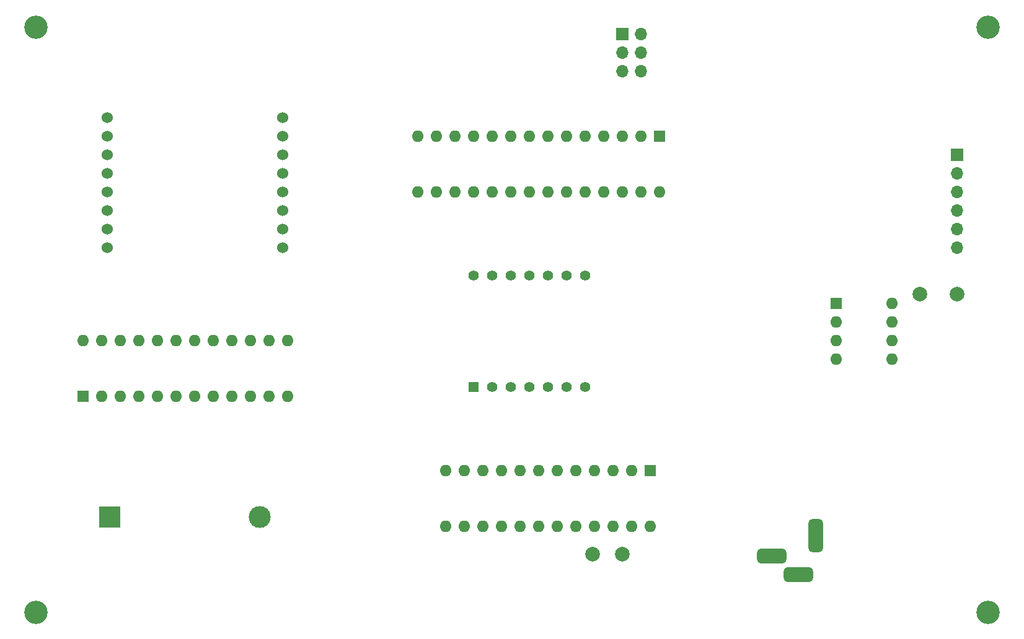
<source format=gbr>
%TF.GenerationSoftware,KiCad,Pcbnew,(6.0.5-0)*%
%TF.CreationDate,2022-07-18T19:56:44-07:00*%
%TF.ProjectId,MartincitoClock,4d617274-696e-4636-9974-6f436c6f636b,rev?*%
%TF.SameCoordinates,PX4b17a20PY8a12ae0*%
%TF.FileFunction,Soldermask,Bot*%
%TF.FilePolarity,Negative*%
%FSLAX46Y46*%
G04 Gerber Fmt 4.6, Leading zero omitted, Abs format (unit mm)*
G04 Created by KiCad (PCBNEW (6.0.5-0)) date 2022-07-18 19:56:44*
%MOMM*%
%LPD*%
G01*
G04 APERTURE LIST*
G04 Aperture macros list*
%AMRoundRect*
0 Rectangle with rounded corners*
0 $1 Rounding radius*
0 $2 $3 $4 $5 $6 $7 $8 $9 X,Y pos of 4 corners*
0 Add a 4 corners polygon primitive as box body*
4,1,4,$2,$3,$4,$5,$6,$7,$8,$9,$2,$3,0*
0 Add four circle primitives for the rounded corners*
1,1,$1+$1,$2,$3*
1,1,$1+$1,$4,$5*
1,1,$1+$1,$6,$7*
1,1,$1+$1,$8,$9*
0 Add four rect primitives between the rounded corners*
20,1,$1+$1,$2,$3,$4,$5,0*
20,1,$1+$1,$4,$5,$6,$7,0*
20,1,$1+$1,$6,$7,$8,$9,0*
20,1,$1+$1,$8,$9,$2,$3,0*%
G04 Aperture macros list end*
%ADD10C,3.200000*%
%ADD11C,2.000000*%
%ADD12O,1.700000X1.700000*%
%ADD13R,1.700000X1.700000*%
%ADD14R,1.600000X1.600000*%
%ADD15O,1.600000X1.600000*%
%ADD16C,1.524000*%
%ADD17R,3.000000X3.000000*%
%ADD18C,3.000000*%
%ADD19R,1.400000X1.400000*%
%ADD20C,1.400000*%
%ADD21RoundRect,0.500000X0.500000X-1.750000X0.500000X1.750000X-0.500000X1.750000X-0.500000X-1.750000X0*%
%ADD22RoundRect,0.500000X1.500000X0.500000X-1.500000X0.500000X-1.500000X-0.500000X1.500000X-0.500000X0*%
G04 APERTURE END LIST*
D10*
%TO.C,H4*%
X136260000Y4780000D03*
%TD*%
D11*
%TO.C,TP3*%
X132080000Y48260000D03*
%TD*%
D12*
%TO.C,J1*%
X132080000Y54610000D03*
X132080000Y57150000D03*
X132080000Y59690000D03*
X132080000Y62230000D03*
X132080000Y64770000D03*
D13*
X132080000Y67310000D03*
%TD*%
D14*
%TO.C,U3*%
X115580000Y46980000D03*
D15*
X115580000Y44440000D03*
X115580000Y41900000D03*
X115580000Y39360000D03*
X123200000Y39360000D03*
X123200000Y41900000D03*
X123200000Y44440000D03*
X123200000Y46980000D03*
%TD*%
D16*
%TO.C,D2*%
X15940000Y72390000D03*
X15940000Y69850000D03*
X15940000Y67310000D03*
X15940000Y64770000D03*
X15940000Y62230000D03*
X15940000Y59690000D03*
X15940000Y57150000D03*
X15940000Y54610000D03*
X39940000Y54610000D03*
X39940000Y57150000D03*
X39940000Y59690000D03*
X39940000Y62230000D03*
X39940000Y64770000D03*
X39940000Y67310000D03*
X39940000Y69850000D03*
X39940000Y72390000D03*
%TD*%
D14*
%TO.C,U1*%
X91440000Y69840000D03*
D15*
X88900000Y69840000D03*
X86360000Y69840000D03*
X83820000Y69840000D03*
X81280000Y69840000D03*
X78740000Y69840000D03*
X76200000Y69840000D03*
X73660000Y69840000D03*
X71120000Y69840000D03*
X68580000Y69840000D03*
X66040000Y69840000D03*
X63500000Y69840000D03*
X60960000Y69840000D03*
X58420000Y69840000D03*
X58420000Y62220000D03*
X60960000Y62220000D03*
X63500000Y62220000D03*
X66040000Y62220000D03*
X68580000Y62220000D03*
X71120000Y62220000D03*
X73660000Y62220000D03*
X76200000Y62220000D03*
X78740000Y62220000D03*
X81280000Y62220000D03*
X83820000Y62220000D03*
X86360000Y62220000D03*
X88900000Y62220000D03*
X91440000Y62220000D03*
%TD*%
D10*
%TO.C,H2*%
X136260000Y84780000D03*
%TD*%
%TO.C,H3*%
X6260000Y4780000D03*
%TD*%
D17*
%TO.C,BT1*%
X16326314Y17779983D03*
D18*
X36816314Y17779983D03*
%TD*%
D10*
%TO.C,H1*%
X6260000Y84780000D03*
%TD*%
D19*
%TO.C,DS5*%
X66040000Y35560000D03*
D20*
X68580000Y35560000D03*
X71120000Y35560000D03*
X73660000Y35560000D03*
X76200000Y35560000D03*
X78740000Y35560000D03*
X81280000Y35560000D03*
X81280000Y50800000D03*
X78740000Y50800000D03*
X76200000Y50800000D03*
X73660000Y50800000D03*
X71120000Y50800000D03*
X68580000Y50800000D03*
X66040000Y50800000D03*
%TD*%
D13*
%TO.C,J5*%
X86360000Y83820000D03*
D12*
X88900000Y83820000D03*
X86360000Y81280000D03*
X88900000Y81280000D03*
X86360000Y78740000D03*
X88900000Y78740000D03*
%TD*%
D14*
%TO.C,U6*%
X90175000Y24120000D03*
D15*
X87635000Y24120000D03*
X85095000Y24120000D03*
X82555000Y24120000D03*
X80015000Y24120000D03*
X77475000Y24120000D03*
X74935000Y24120000D03*
X72395000Y24120000D03*
X69855000Y24120000D03*
X67315000Y24120000D03*
X64775000Y24120000D03*
X62235000Y24120000D03*
X62235000Y16500000D03*
X64775000Y16500000D03*
X67315000Y16500000D03*
X69855000Y16500000D03*
X72395000Y16500000D03*
X74935000Y16500000D03*
X77475000Y16500000D03*
X80015000Y16500000D03*
X82555000Y16500000D03*
X85095000Y16500000D03*
X87635000Y16500000D03*
X90175000Y16500000D03*
%TD*%
D11*
%TO.C,TP1*%
X82310000Y12700000D03*
%TD*%
%TO.C,TP4*%
X127000000Y48260000D03*
%TD*%
%TO.C,TP2*%
X86360000Y12700000D03*
%TD*%
D14*
%TO.C,U4*%
X12700000Y34300000D03*
D15*
X15240000Y34300000D03*
X17780000Y34300000D03*
X20320000Y34300000D03*
X22860000Y34300000D03*
X25400000Y34300000D03*
X27940000Y34300000D03*
X30480000Y34300000D03*
X33020000Y34300000D03*
X35560000Y34300000D03*
X38100000Y34300000D03*
X40640000Y34300000D03*
X40640000Y41920000D03*
X38100000Y41920000D03*
X35560000Y41920000D03*
X33020000Y41920000D03*
X30480000Y41920000D03*
X27940000Y41920000D03*
X25400000Y41920000D03*
X22860000Y41920000D03*
X20320000Y41920000D03*
X17780000Y41920000D03*
X15240000Y41920000D03*
X12700000Y41920000D03*
%TD*%
D21*
%TO.C,J2*%
X112720000Y15240000D03*
D22*
X110420000Y9940000D03*
X106720000Y12440000D03*
%TD*%
M02*

</source>
